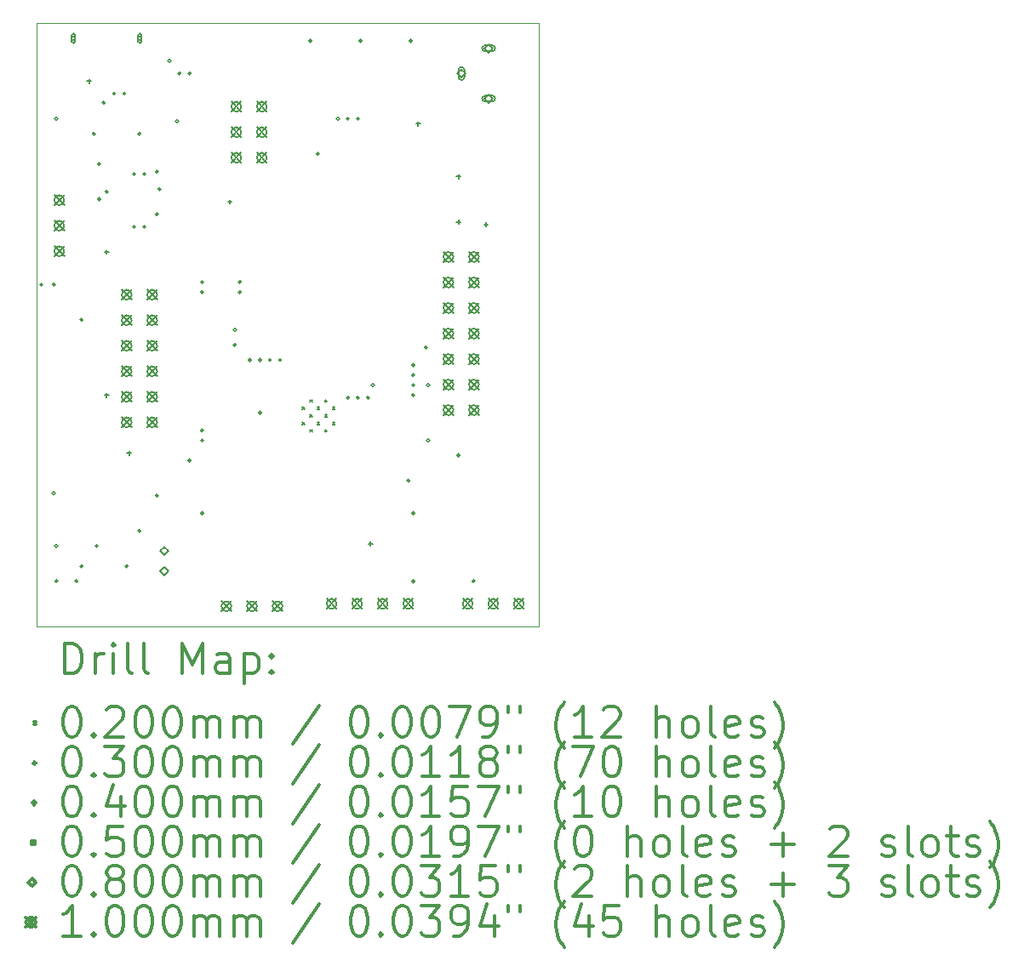
<source format=gbr>
%FSLAX45Y45*%
G04 Gerber Fmt 4.5, Leading zero omitted, Abs format (unit mm)*
G04 Created by KiCad (PCBNEW (5.1.10)-1) date 2022-03-14 11:31:30*
%MOMM*%
%LPD*%
G01*
G04 APERTURE LIST*
%TA.AperFunction,Profile*%
%ADD10C,0.050000*%
%TD*%
%ADD11C,0.200000*%
%ADD12C,0.300000*%
G04 APERTURE END LIST*
D10*
X5500000Y-11000000D02*
X10500000Y-11000000D01*
X5500000Y-9000000D02*
X5500000Y-11000000D01*
X10500000Y-9500000D02*
X10500000Y-11000000D01*
X5500000Y-5000000D02*
X5500000Y-9000000D01*
X10500000Y-5000000D02*
X10500000Y-9500000D01*
X5500000Y-5000000D02*
X10500000Y-5000000D01*
D11*
X8149000Y-8820000D02*
X8169000Y-8840000D01*
X8169000Y-8820000D02*
X8149000Y-8840000D01*
X8149000Y-8970000D02*
X8169000Y-8990000D01*
X8169000Y-8970000D02*
X8149000Y-8990000D01*
X8224000Y-8745000D02*
X8244000Y-8765000D01*
X8244000Y-8745000D02*
X8224000Y-8765000D01*
X8224000Y-8895000D02*
X8244000Y-8915000D01*
X8244000Y-8895000D02*
X8224000Y-8915000D01*
X8224000Y-9045000D02*
X8244000Y-9065000D01*
X8244000Y-9045000D02*
X8224000Y-9065000D01*
X8299000Y-8820000D02*
X8319000Y-8840000D01*
X8319000Y-8820000D02*
X8299000Y-8840000D01*
X8299000Y-8970000D02*
X8319000Y-8990000D01*
X8319000Y-8970000D02*
X8299000Y-8990000D01*
X8374000Y-8745000D02*
X8394000Y-8765000D01*
X8394000Y-8745000D02*
X8374000Y-8765000D01*
X8374000Y-8895000D02*
X8394000Y-8915000D01*
X8394000Y-8895000D02*
X8374000Y-8915000D01*
X8374000Y-9045000D02*
X8394000Y-9065000D01*
X8394000Y-9045000D02*
X8374000Y-9065000D01*
X8449000Y-8820000D02*
X8469000Y-8840000D01*
X8469000Y-8820000D02*
X8449000Y-8840000D01*
X8449000Y-8970000D02*
X8469000Y-8990000D01*
X8469000Y-8970000D02*
X8449000Y-8990000D01*
X5565000Y-7600000D02*
G75*
G03*
X5565000Y-7600000I-15000J0D01*
G01*
X5690000Y-7600000D02*
G75*
G03*
X5690000Y-7600000I-15000J0D01*
G01*
X5690000Y-9675000D02*
G75*
G03*
X5690000Y-9675000I-15000J0D01*
G01*
X5715000Y-5950000D02*
G75*
G03*
X5715000Y-5950000I-15000J0D01*
G01*
X5715000Y-10200000D02*
G75*
G03*
X5715000Y-10200000I-15000J0D01*
G01*
X5715000Y-10550000D02*
G75*
G03*
X5715000Y-10550000I-15000J0D01*
G01*
X5915000Y-10550000D02*
G75*
G03*
X5915000Y-10550000I-15000J0D01*
G01*
X5965000Y-7950000D02*
G75*
G03*
X5965000Y-7950000I-15000J0D01*
G01*
X5965000Y-10400000D02*
G75*
G03*
X5965000Y-10400000I-15000J0D01*
G01*
X6090000Y-6100000D02*
G75*
G03*
X6090000Y-6100000I-15000J0D01*
G01*
X6115000Y-10200000D02*
G75*
G03*
X6115000Y-10200000I-15000J0D01*
G01*
X6140000Y-6400000D02*
G75*
G03*
X6140000Y-6400000I-15000J0D01*
G01*
X6140000Y-6750000D02*
G75*
G03*
X6140000Y-6750000I-15000J0D01*
G01*
X6185000Y-5790000D02*
G75*
G03*
X6185000Y-5790000I-15000J0D01*
G01*
X6215000Y-6675000D02*
G75*
G03*
X6215000Y-6675000I-15000J0D01*
G01*
X6290000Y-5700000D02*
G75*
G03*
X6290000Y-5700000I-15000J0D01*
G01*
X6390000Y-5700000D02*
G75*
G03*
X6390000Y-5700000I-15000J0D01*
G01*
X6415000Y-10400000D02*
G75*
G03*
X6415000Y-10400000I-15000J0D01*
G01*
X6490000Y-6500000D02*
G75*
G03*
X6490000Y-6500000I-15000J0D01*
G01*
X6490000Y-7025000D02*
G75*
G03*
X6490000Y-7025000I-15000J0D01*
G01*
X6540000Y-6100000D02*
G75*
G03*
X6540000Y-6100000I-15000J0D01*
G01*
X6540000Y-10050000D02*
G75*
G03*
X6540000Y-10050000I-15000J0D01*
G01*
X6590000Y-6500000D02*
G75*
G03*
X6590000Y-6500000I-15000J0D01*
G01*
X6590000Y-7025000D02*
G75*
G03*
X6590000Y-7025000I-15000J0D01*
G01*
X6715000Y-6475000D02*
G75*
G03*
X6715000Y-6475000I-15000J0D01*
G01*
X6715000Y-6900000D02*
G75*
G03*
X6715000Y-6900000I-15000J0D01*
G01*
X6715000Y-9700000D02*
G75*
G03*
X6715000Y-9700000I-15000J0D01*
G01*
X6740000Y-6650000D02*
G75*
G03*
X6740000Y-6650000I-15000J0D01*
G01*
X6840000Y-5375000D02*
G75*
G03*
X6840000Y-5375000I-15000J0D01*
G01*
X6915000Y-5975000D02*
G75*
G03*
X6915000Y-5975000I-15000J0D01*
G01*
X6940000Y-5500000D02*
G75*
G03*
X6940000Y-5500000I-15000J0D01*
G01*
X7040000Y-5500000D02*
G75*
G03*
X7040000Y-5500000I-15000J0D01*
G01*
X7040000Y-9350000D02*
G75*
G03*
X7040000Y-9350000I-15000J0D01*
G01*
X7165000Y-7575000D02*
G75*
G03*
X7165000Y-7575000I-15000J0D01*
G01*
X7165000Y-7675000D02*
G75*
G03*
X7165000Y-7675000I-15000J0D01*
G01*
X7165000Y-9050000D02*
G75*
G03*
X7165000Y-9050000I-15000J0D01*
G01*
X7165000Y-9150000D02*
G75*
G03*
X7165000Y-9150000I-15000J0D01*
G01*
X7165000Y-9875000D02*
G75*
G03*
X7165000Y-9875000I-15000J0D01*
G01*
X7490000Y-8050000D02*
G75*
G03*
X7490000Y-8050000I-15000J0D01*
G01*
X7490000Y-8200000D02*
G75*
G03*
X7490000Y-8200000I-15000J0D01*
G01*
X7540000Y-7575000D02*
G75*
G03*
X7540000Y-7575000I-15000J0D01*
G01*
X7540000Y-7675000D02*
G75*
G03*
X7540000Y-7675000I-15000J0D01*
G01*
X7640000Y-8350000D02*
G75*
G03*
X7640000Y-8350000I-15000J0D01*
G01*
X7740000Y-8350000D02*
G75*
G03*
X7740000Y-8350000I-15000J0D01*
G01*
X7740000Y-8875000D02*
G75*
G03*
X7740000Y-8875000I-15000J0D01*
G01*
X7840000Y-8350000D02*
G75*
G03*
X7840000Y-8350000I-15000J0D01*
G01*
X7940000Y-8350000D02*
G75*
G03*
X7940000Y-8350000I-15000J0D01*
G01*
X8240000Y-5175000D02*
G75*
G03*
X8240000Y-5175000I-15000J0D01*
G01*
X8315000Y-6300000D02*
G75*
G03*
X8315000Y-6300000I-15000J0D01*
G01*
X8515000Y-5950000D02*
G75*
G03*
X8515000Y-5950000I-15000J0D01*
G01*
X8615000Y-5950000D02*
G75*
G03*
X8615000Y-5950000I-15000J0D01*
G01*
X8615000Y-8725000D02*
G75*
G03*
X8615000Y-8725000I-15000J0D01*
G01*
X8715000Y-5950000D02*
G75*
G03*
X8715000Y-5950000I-15000J0D01*
G01*
X8715000Y-8725000D02*
G75*
G03*
X8715000Y-8725000I-15000J0D01*
G01*
X8740000Y-5175000D02*
G75*
G03*
X8740000Y-5175000I-15000J0D01*
G01*
X8815000Y-8725000D02*
G75*
G03*
X8815000Y-8725000I-15000J0D01*
G01*
X8863500Y-8598500D02*
G75*
G03*
X8863500Y-8598500I-15000J0D01*
G01*
X9215000Y-9550000D02*
G75*
G03*
X9215000Y-9550000I-15000J0D01*
G01*
X9240000Y-5175000D02*
G75*
G03*
X9240000Y-5175000I-15000J0D01*
G01*
X9265000Y-8400000D02*
G75*
G03*
X9265000Y-8400000I-15000J0D01*
G01*
X9265000Y-8500000D02*
G75*
G03*
X9265000Y-8500000I-15000J0D01*
G01*
X9265000Y-8600000D02*
G75*
G03*
X9265000Y-8600000I-15000J0D01*
G01*
X9265000Y-8700000D02*
G75*
G03*
X9265000Y-8700000I-15000J0D01*
G01*
X9265000Y-9875000D02*
G75*
G03*
X9265000Y-9875000I-15000J0D01*
G01*
X9265000Y-10550000D02*
G75*
G03*
X9265000Y-10550000I-15000J0D01*
G01*
X9390000Y-8225000D02*
G75*
G03*
X9390000Y-8225000I-15000J0D01*
G01*
X9415000Y-8600000D02*
G75*
G03*
X9415000Y-8600000I-15000J0D01*
G01*
X9415000Y-9150000D02*
G75*
G03*
X9415000Y-9150000I-15000J0D01*
G01*
X9715000Y-9300000D02*
G75*
G03*
X9715000Y-9300000I-15000J0D01*
G01*
X9865000Y-10550000D02*
G75*
G03*
X9865000Y-10550000I-15000J0D01*
G01*
X6025000Y-5555000D02*
X6025000Y-5595000D01*
X6005000Y-5575000D02*
X6045000Y-5575000D01*
X6200000Y-7255000D02*
X6200000Y-7295000D01*
X6180000Y-7275000D02*
X6220000Y-7275000D01*
X6200000Y-8680000D02*
X6200000Y-8720000D01*
X6180000Y-8700000D02*
X6220000Y-8700000D01*
X6425000Y-9255000D02*
X6425000Y-9295000D01*
X6405000Y-9275000D02*
X6445000Y-9275000D01*
X7425000Y-6755000D02*
X7425000Y-6795000D01*
X7405000Y-6775000D02*
X7445000Y-6775000D01*
X8825000Y-10155000D02*
X8825000Y-10195000D01*
X8805000Y-10175000D02*
X8845000Y-10175000D01*
X9300000Y-5980000D02*
X9300000Y-6020000D01*
X9280000Y-6000000D02*
X9320000Y-6000000D01*
X9700000Y-6505000D02*
X9700000Y-6545000D01*
X9680000Y-6525000D02*
X9720000Y-6525000D01*
X9700000Y-6955000D02*
X9700000Y-6995000D01*
X9680000Y-6975000D02*
X9720000Y-6975000D01*
X9975000Y-6980000D02*
X9975000Y-7020000D01*
X9955000Y-7000000D02*
X9995000Y-7000000D01*
X5887678Y-5167678D02*
X5887678Y-5132322D01*
X5852322Y-5132322D01*
X5852322Y-5167678D01*
X5887678Y-5167678D01*
X5885000Y-5185000D02*
X5885000Y-5115000D01*
X5855000Y-5185000D02*
X5855000Y-5115000D01*
X5885000Y-5115000D02*
G75*
G03*
X5855000Y-5115000I-15000J0D01*
G01*
X5855000Y-5185000D02*
G75*
G03*
X5885000Y-5185000I15000J0D01*
G01*
X6547678Y-5167678D02*
X6547678Y-5132322D01*
X6512322Y-5132322D01*
X6512322Y-5167678D01*
X6547678Y-5167678D01*
X6545000Y-5185000D02*
X6545000Y-5115000D01*
X6515000Y-5185000D02*
X6515000Y-5115000D01*
X6545000Y-5115000D02*
G75*
G03*
X6515000Y-5115000I-15000J0D01*
G01*
X6515000Y-5185000D02*
G75*
G03*
X6545000Y-5185000I15000J0D01*
G01*
X6775000Y-10290000D02*
X6815000Y-10250000D01*
X6775000Y-10210000D01*
X6735000Y-10250000D01*
X6775000Y-10290000D01*
X6775000Y-10490000D02*
X6815000Y-10450000D01*
X6775000Y-10410000D01*
X6735000Y-10450000D01*
X6775000Y-10490000D01*
X9730000Y-5540000D02*
X9770000Y-5500000D01*
X9730000Y-5460000D01*
X9690000Y-5500000D01*
X9730000Y-5540000D01*
X9760000Y-5535000D02*
X9760000Y-5465000D01*
X9700000Y-5535000D02*
X9700000Y-5465000D01*
X9760000Y-5465000D02*
G75*
G03*
X9700000Y-5465000I-30000J0D01*
G01*
X9700000Y-5535000D02*
G75*
G03*
X9760000Y-5535000I30000J0D01*
G01*
X10000000Y-5290000D02*
X10040000Y-5250000D01*
X10000000Y-5210000D01*
X9960000Y-5250000D01*
X10000000Y-5290000D01*
X9965000Y-5280000D02*
X10035000Y-5280000D01*
X9965000Y-5220000D02*
X10035000Y-5220000D01*
X10035000Y-5280000D02*
G75*
G03*
X10035000Y-5220000I0J30000D01*
G01*
X9965000Y-5220000D02*
G75*
G03*
X9965000Y-5280000I0J-30000D01*
G01*
X10000000Y-5790000D02*
X10040000Y-5750000D01*
X10000000Y-5710000D01*
X9960000Y-5750000D01*
X10000000Y-5790000D01*
X9965000Y-5780000D02*
X10035000Y-5780000D01*
X9965000Y-5720000D02*
X10035000Y-5720000D01*
X10035000Y-5780000D02*
G75*
G03*
X10035000Y-5720000I0J30000D01*
G01*
X9965000Y-5720000D02*
G75*
G03*
X9965000Y-5780000I0J-30000D01*
G01*
X5680000Y-6710000D02*
X5780000Y-6810000D01*
X5780000Y-6710000D02*
X5680000Y-6810000D01*
X5780000Y-6760000D02*
G75*
G03*
X5780000Y-6760000I-50000J0D01*
G01*
X5680000Y-6964000D02*
X5780000Y-7064000D01*
X5780000Y-6964000D02*
X5680000Y-7064000D01*
X5780000Y-7014000D02*
G75*
G03*
X5780000Y-7014000I-50000J0D01*
G01*
X5680000Y-7218000D02*
X5780000Y-7318000D01*
X5780000Y-7218000D02*
X5680000Y-7318000D01*
X5780000Y-7268000D02*
G75*
G03*
X5780000Y-7268000I-50000J0D01*
G01*
X6350000Y-7650000D02*
X6450000Y-7750000D01*
X6450000Y-7650000D02*
X6350000Y-7750000D01*
X6450000Y-7700000D02*
G75*
G03*
X6450000Y-7700000I-50000J0D01*
G01*
X6350000Y-7904000D02*
X6450000Y-8004000D01*
X6450000Y-7904000D02*
X6350000Y-8004000D01*
X6450000Y-7954000D02*
G75*
G03*
X6450000Y-7954000I-50000J0D01*
G01*
X6350000Y-8158000D02*
X6450000Y-8258000D01*
X6450000Y-8158000D02*
X6350000Y-8258000D01*
X6450000Y-8208000D02*
G75*
G03*
X6450000Y-8208000I-50000J0D01*
G01*
X6350000Y-8412000D02*
X6450000Y-8512000D01*
X6450000Y-8412000D02*
X6350000Y-8512000D01*
X6450000Y-8462000D02*
G75*
G03*
X6450000Y-8462000I-50000J0D01*
G01*
X6350000Y-8666000D02*
X6450000Y-8766000D01*
X6450000Y-8666000D02*
X6350000Y-8766000D01*
X6450000Y-8716000D02*
G75*
G03*
X6450000Y-8716000I-50000J0D01*
G01*
X6350000Y-8920000D02*
X6450000Y-9020000D01*
X6450000Y-8920000D02*
X6350000Y-9020000D01*
X6450000Y-8970000D02*
G75*
G03*
X6450000Y-8970000I-50000J0D01*
G01*
X6604000Y-7650000D02*
X6704000Y-7750000D01*
X6704000Y-7650000D02*
X6604000Y-7750000D01*
X6704000Y-7700000D02*
G75*
G03*
X6704000Y-7700000I-50000J0D01*
G01*
X6604000Y-7904000D02*
X6704000Y-8004000D01*
X6704000Y-7904000D02*
X6604000Y-8004000D01*
X6704000Y-7954000D02*
G75*
G03*
X6704000Y-7954000I-50000J0D01*
G01*
X6604000Y-8158000D02*
X6704000Y-8258000D01*
X6704000Y-8158000D02*
X6604000Y-8258000D01*
X6704000Y-8208000D02*
G75*
G03*
X6704000Y-8208000I-50000J0D01*
G01*
X6604000Y-8412000D02*
X6704000Y-8512000D01*
X6704000Y-8412000D02*
X6604000Y-8512000D01*
X6704000Y-8462000D02*
G75*
G03*
X6704000Y-8462000I-50000J0D01*
G01*
X6604000Y-8666000D02*
X6704000Y-8766000D01*
X6704000Y-8666000D02*
X6604000Y-8766000D01*
X6704000Y-8716000D02*
G75*
G03*
X6704000Y-8716000I-50000J0D01*
G01*
X6604000Y-8920000D02*
X6704000Y-9020000D01*
X6704000Y-8920000D02*
X6604000Y-9020000D01*
X6704000Y-8970000D02*
G75*
G03*
X6704000Y-8970000I-50000J0D01*
G01*
X7342000Y-10750000D02*
X7442000Y-10850000D01*
X7442000Y-10750000D02*
X7342000Y-10850000D01*
X7442000Y-10800000D02*
G75*
G03*
X7442000Y-10800000I-50000J0D01*
G01*
X7440000Y-5780000D02*
X7540000Y-5880000D01*
X7540000Y-5780000D02*
X7440000Y-5880000D01*
X7540000Y-5830000D02*
G75*
G03*
X7540000Y-5830000I-50000J0D01*
G01*
X7440000Y-6034000D02*
X7540000Y-6134000D01*
X7540000Y-6034000D02*
X7440000Y-6134000D01*
X7540000Y-6084000D02*
G75*
G03*
X7540000Y-6084000I-50000J0D01*
G01*
X7440000Y-6288000D02*
X7540000Y-6388000D01*
X7540000Y-6288000D02*
X7440000Y-6388000D01*
X7540000Y-6338000D02*
G75*
G03*
X7540000Y-6338000I-50000J0D01*
G01*
X7596000Y-10750000D02*
X7696000Y-10850000D01*
X7696000Y-10750000D02*
X7596000Y-10850000D01*
X7696000Y-10800000D02*
G75*
G03*
X7696000Y-10800000I-50000J0D01*
G01*
X7694000Y-5780000D02*
X7794000Y-5880000D01*
X7794000Y-5780000D02*
X7694000Y-5880000D01*
X7794000Y-5830000D02*
G75*
G03*
X7794000Y-5830000I-50000J0D01*
G01*
X7694000Y-6034000D02*
X7794000Y-6134000D01*
X7794000Y-6034000D02*
X7694000Y-6134000D01*
X7794000Y-6084000D02*
G75*
G03*
X7794000Y-6084000I-50000J0D01*
G01*
X7694000Y-6288000D02*
X7794000Y-6388000D01*
X7794000Y-6288000D02*
X7694000Y-6388000D01*
X7794000Y-6338000D02*
G75*
G03*
X7794000Y-6338000I-50000J0D01*
G01*
X7850000Y-10750000D02*
X7950000Y-10850000D01*
X7950000Y-10750000D02*
X7850000Y-10850000D01*
X7950000Y-10800000D02*
G75*
G03*
X7950000Y-10800000I-50000J0D01*
G01*
X8388000Y-10725000D02*
X8488000Y-10825000D01*
X8488000Y-10725000D02*
X8388000Y-10825000D01*
X8488000Y-10775000D02*
G75*
G03*
X8488000Y-10775000I-50000J0D01*
G01*
X8642000Y-10725000D02*
X8742000Y-10825000D01*
X8742000Y-10725000D02*
X8642000Y-10825000D01*
X8742000Y-10775000D02*
G75*
G03*
X8742000Y-10775000I-50000J0D01*
G01*
X8896000Y-10725000D02*
X8996000Y-10825000D01*
X8996000Y-10725000D02*
X8896000Y-10825000D01*
X8996000Y-10775000D02*
G75*
G03*
X8996000Y-10775000I-50000J0D01*
G01*
X9150000Y-10725000D02*
X9250000Y-10825000D01*
X9250000Y-10725000D02*
X9150000Y-10825000D01*
X9250000Y-10775000D02*
G75*
G03*
X9250000Y-10775000I-50000J0D01*
G01*
X9550000Y-7275000D02*
X9650000Y-7375000D01*
X9650000Y-7275000D02*
X9550000Y-7375000D01*
X9650000Y-7325000D02*
G75*
G03*
X9650000Y-7325000I-50000J0D01*
G01*
X9550000Y-7529000D02*
X9650000Y-7629000D01*
X9650000Y-7529000D02*
X9550000Y-7629000D01*
X9650000Y-7579000D02*
G75*
G03*
X9650000Y-7579000I-50000J0D01*
G01*
X9550000Y-7783000D02*
X9650000Y-7883000D01*
X9650000Y-7783000D02*
X9550000Y-7883000D01*
X9650000Y-7833000D02*
G75*
G03*
X9650000Y-7833000I-50000J0D01*
G01*
X9550000Y-8037000D02*
X9650000Y-8137000D01*
X9650000Y-8037000D02*
X9550000Y-8137000D01*
X9650000Y-8087000D02*
G75*
G03*
X9650000Y-8087000I-50000J0D01*
G01*
X9550000Y-8291000D02*
X9650000Y-8391000D01*
X9650000Y-8291000D02*
X9550000Y-8391000D01*
X9650000Y-8341000D02*
G75*
G03*
X9650000Y-8341000I-50000J0D01*
G01*
X9550000Y-8545000D02*
X9650000Y-8645000D01*
X9650000Y-8545000D02*
X9550000Y-8645000D01*
X9650000Y-8595000D02*
G75*
G03*
X9650000Y-8595000I-50000J0D01*
G01*
X9550000Y-8799000D02*
X9650000Y-8899000D01*
X9650000Y-8799000D02*
X9550000Y-8899000D01*
X9650000Y-8849000D02*
G75*
G03*
X9650000Y-8849000I-50000J0D01*
G01*
X9742000Y-10725000D02*
X9842000Y-10825000D01*
X9842000Y-10725000D02*
X9742000Y-10825000D01*
X9842000Y-10775000D02*
G75*
G03*
X9842000Y-10775000I-50000J0D01*
G01*
X9804000Y-7275000D02*
X9904000Y-7375000D01*
X9904000Y-7275000D02*
X9804000Y-7375000D01*
X9904000Y-7325000D02*
G75*
G03*
X9904000Y-7325000I-50000J0D01*
G01*
X9804000Y-7529000D02*
X9904000Y-7629000D01*
X9904000Y-7529000D02*
X9804000Y-7629000D01*
X9904000Y-7579000D02*
G75*
G03*
X9904000Y-7579000I-50000J0D01*
G01*
X9804000Y-7783000D02*
X9904000Y-7883000D01*
X9904000Y-7783000D02*
X9804000Y-7883000D01*
X9904000Y-7833000D02*
G75*
G03*
X9904000Y-7833000I-50000J0D01*
G01*
X9804000Y-8037000D02*
X9904000Y-8137000D01*
X9904000Y-8037000D02*
X9804000Y-8137000D01*
X9904000Y-8087000D02*
G75*
G03*
X9904000Y-8087000I-50000J0D01*
G01*
X9804000Y-8291000D02*
X9904000Y-8391000D01*
X9904000Y-8291000D02*
X9804000Y-8391000D01*
X9904000Y-8341000D02*
G75*
G03*
X9904000Y-8341000I-50000J0D01*
G01*
X9804000Y-8545000D02*
X9904000Y-8645000D01*
X9904000Y-8545000D02*
X9804000Y-8645000D01*
X9904000Y-8595000D02*
G75*
G03*
X9904000Y-8595000I-50000J0D01*
G01*
X9804000Y-8799000D02*
X9904000Y-8899000D01*
X9904000Y-8799000D02*
X9804000Y-8899000D01*
X9904000Y-8849000D02*
G75*
G03*
X9904000Y-8849000I-50000J0D01*
G01*
X9996000Y-10725000D02*
X10096000Y-10825000D01*
X10096000Y-10725000D02*
X9996000Y-10825000D01*
X10096000Y-10775000D02*
G75*
G03*
X10096000Y-10775000I-50000J0D01*
G01*
X10250000Y-10725000D02*
X10350000Y-10825000D01*
X10350000Y-10725000D02*
X10250000Y-10825000D01*
X10350000Y-10775000D02*
G75*
G03*
X10350000Y-10775000I-50000J0D01*
G01*
D12*
X5783928Y-11468214D02*
X5783928Y-11168214D01*
X5855357Y-11168214D01*
X5898214Y-11182500D01*
X5926786Y-11211071D01*
X5941071Y-11239643D01*
X5955357Y-11296786D01*
X5955357Y-11339643D01*
X5941071Y-11396786D01*
X5926786Y-11425357D01*
X5898214Y-11453929D01*
X5855357Y-11468214D01*
X5783928Y-11468214D01*
X6083928Y-11468214D02*
X6083928Y-11268214D01*
X6083928Y-11325357D02*
X6098214Y-11296786D01*
X6112500Y-11282500D01*
X6141071Y-11268214D01*
X6169643Y-11268214D01*
X6269643Y-11468214D02*
X6269643Y-11268214D01*
X6269643Y-11168214D02*
X6255357Y-11182500D01*
X6269643Y-11196786D01*
X6283928Y-11182500D01*
X6269643Y-11168214D01*
X6269643Y-11196786D01*
X6455357Y-11468214D02*
X6426786Y-11453929D01*
X6412500Y-11425357D01*
X6412500Y-11168214D01*
X6612500Y-11468214D02*
X6583928Y-11453929D01*
X6569643Y-11425357D01*
X6569643Y-11168214D01*
X6955357Y-11468214D02*
X6955357Y-11168214D01*
X7055357Y-11382500D01*
X7155357Y-11168214D01*
X7155357Y-11468214D01*
X7426786Y-11468214D02*
X7426786Y-11311071D01*
X7412500Y-11282500D01*
X7383928Y-11268214D01*
X7326786Y-11268214D01*
X7298214Y-11282500D01*
X7426786Y-11453929D02*
X7398214Y-11468214D01*
X7326786Y-11468214D01*
X7298214Y-11453929D01*
X7283928Y-11425357D01*
X7283928Y-11396786D01*
X7298214Y-11368214D01*
X7326786Y-11353929D01*
X7398214Y-11353929D01*
X7426786Y-11339643D01*
X7569643Y-11268214D02*
X7569643Y-11568214D01*
X7569643Y-11282500D02*
X7598214Y-11268214D01*
X7655357Y-11268214D01*
X7683928Y-11282500D01*
X7698214Y-11296786D01*
X7712500Y-11325357D01*
X7712500Y-11411071D01*
X7698214Y-11439643D01*
X7683928Y-11453929D01*
X7655357Y-11468214D01*
X7598214Y-11468214D01*
X7569643Y-11453929D01*
X7841071Y-11439643D02*
X7855357Y-11453929D01*
X7841071Y-11468214D01*
X7826786Y-11453929D01*
X7841071Y-11439643D01*
X7841071Y-11468214D01*
X7841071Y-11282500D02*
X7855357Y-11296786D01*
X7841071Y-11311071D01*
X7826786Y-11296786D01*
X7841071Y-11282500D01*
X7841071Y-11311071D01*
X5477500Y-11952500D02*
X5497500Y-11972500D01*
X5497500Y-11952500D02*
X5477500Y-11972500D01*
X5841071Y-11798214D02*
X5869643Y-11798214D01*
X5898214Y-11812500D01*
X5912500Y-11826786D01*
X5926786Y-11855357D01*
X5941071Y-11912500D01*
X5941071Y-11983929D01*
X5926786Y-12041071D01*
X5912500Y-12069643D01*
X5898214Y-12083929D01*
X5869643Y-12098214D01*
X5841071Y-12098214D01*
X5812500Y-12083929D01*
X5798214Y-12069643D01*
X5783928Y-12041071D01*
X5769643Y-11983929D01*
X5769643Y-11912500D01*
X5783928Y-11855357D01*
X5798214Y-11826786D01*
X5812500Y-11812500D01*
X5841071Y-11798214D01*
X6069643Y-12069643D02*
X6083928Y-12083929D01*
X6069643Y-12098214D01*
X6055357Y-12083929D01*
X6069643Y-12069643D01*
X6069643Y-12098214D01*
X6198214Y-11826786D02*
X6212500Y-11812500D01*
X6241071Y-11798214D01*
X6312500Y-11798214D01*
X6341071Y-11812500D01*
X6355357Y-11826786D01*
X6369643Y-11855357D01*
X6369643Y-11883929D01*
X6355357Y-11926786D01*
X6183928Y-12098214D01*
X6369643Y-12098214D01*
X6555357Y-11798214D02*
X6583928Y-11798214D01*
X6612500Y-11812500D01*
X6626786Y-11826786D01*
X6641071Y-11855357D01*
X6655357Y-11912500D01*
X6655357Y-11983929D01*
X6641071Y-12041071D01*
X6626786Y-12069643D01*
X6612500Y-12083929D01*
X6583928Y-12098214D01*
X6555357Y-12098214D01*
X6526786Y-12083929D01*
X6512500Y-12069643D01*
X6498214Y-12041071D01*
X6483928Y-11983929D01*
X6483928Y-11912500D01*
X6498214Y-11855357D01*
X6512500Y-11826786D01*
X6526786Y-11812500D01*
X6555357Y-11798214D01*
X6841071Y-11798214D02*
X6869643Y-11798214D01*
X6898214Y-11812500D01*
X6912500Y-11826786D01*
X6926786Y-11855357D01*
X6941071Y-11912500D01*
X6941071Y-11983929D01*
X6926786Y-12041071D01*
X6912500Y-12069643D01*
X6898214Y-12083929D01*
X6869643Y-12098214D01*
X6841071Y-12098214D01*
X6812500Y-12083929D01*
X6798214Y-12069643D01*
X6783928Y-12041071D01*
X6769643Y-11983929D01*
X6769643Y-11912500D01*
X6783928Y-11855357D01*
X6798214Y-11826786D01*
X6812500Y-11812500D01*
X6841071Y-11798214D01*
X7069643Y-12098214D02*
X7069643Y-11898214D01*
X7069643Y-11926786D02*
X7083928Y-11912500D01*
X7112500Y-11898214D01*
X7155357Y-11898214D01*
X7183928Y-11912500D01*
X7198214Y-11941071D01*
X7198214Y-12098214D01*
X7198214Y-11941071D02*
X7212500Y-11912500D01*
X7241071Y-11898214D01*
X7283928Y-11898214D01*
X7312500Y-11912500D01*
X7326786Y-11941071D01*
X7326786Y-12098214D01*
X7469643Y-12098214D02*
X7469643Y-11898214D01*
X7469643Y-11926786D02*
X7483928Y-11912500D01*
X7512500Y-11898214D01*
X7555357Y-11898214D01*
X7583928Y-11912500D01*
X7598214Y-11941071D01*
X7598214Y-12098214D01*
X7598214Y-11941071D02*
X7612500Y-11912500D01*
X7641071Y-11898214D01*
X7683928Y-11898214D01*
X7712500Y-11912500D01*
X7726786Y-11941071D01*
X7726786Y-12098214D01*
X8312500Y-11783929D02*
X8055357Y-12169643D01*
X8698214Y-11798214D02*
X8726786Y-11798214D01*
X8755357Y-11812500D01*
X8769643Y-11826786D01*
X8783928Y-11855357D01*
X8798214Y-11912500D01*
X8798214Y-11983929D01*
X8783928Y-12041071D01*
X8769643Y-12069643D01*
X8755357Y-12083929D01*
X8726786Y-12098214D01*
X8698214Y-12098214D01*
X8669643Y-12083929D01*
X8655357Y-12069643D01*
X8641071Y-12041071D01*
X8626786Y-11983929D01*
X8626786Y-11912500D01*
X8641071Y-11855357D01*
X8655357Y-11826786D01*
X8669643Y-11812500D01*
X8698214Y-11798214D01*
X8926786Y-12069643D02*
X8941071Y-12083929D01*
X8926786Y-12098214D01*
X8912500Y-12083929D01*
X8926786Y-12069643D01*
X8926786Y-12098214D01*
X9126786Y-11798214D02*
X9155357Y-11798214D01*
X9183928Y-11812500D01*
X9198214Y-11826786D01*
X9212500Y-11855357D01*
X9226786Y-11912500D01*
X9226786Y-11983929D01*
X9212500Y-12041071D01*
X9198214Y-12069643D01*
X9183928Y-12083929D01*
X9155357Y-12098214D01*
X9126786Y-12098214D01*
X9098214Y-12083929D01*
X9083928Y-12069643D01*
X9069643Y-12041071D01*
X9055357Y-11983929D01*
X9055357Y-11912500D01*
X9069643Y-11855357D01*
X9083928Y-11826786D01*
X9098214Y-11812500D01*
X9126786Y-11798214D01*
X9412500Y-11798214D02*
X9441071Y-11798214D01*
X9469643Y-11812500D01*
X9483928Y-11826786D01*
X9498214Y-11855357D01*
X9512500Y-11912500D01*
X9512500Y-11983929D01*
X9498214Y-12041071D01*
X9483928Y-12069643D01*
X9469643Y-12083929D01*
X9441071Y-12098214D01*
X9412500Y-12098214D01*
X9383928Y-12083929D01*
X9369643Y-12069643D01*
X9355357Y-12041071D01*
X9341071Y-11983929D01*
X9341071Y-11912500D01*
X9355357Y-11855357D01*
X9369643Y-11826786D01*
X9383928Y-11812500D01*
X9412500Y-11798214D01*
X9612500Y-11798214D02*
X9812500Y-11798214D01*
X9683928Y-12098214D01*
X9941071Y-12098214D02*
X9998214Y-12098214D01*
X10026786Y-12083929D01*
X10041071Y-12069643D01*
X10069643Y-12026786D01*
X10083928Y-11969643D01*
X10083928Y-11855357D01*
X10069643Y-11826786D01*
X10055357Y-11812500D01*
X10026786Y-11798214D01*
X9969643Y-11798214D01*
X9941071Y-11812500D01*
X9926786Y-11826786D01*
X9912500Y-11855357D01*
X9912500Y-11926786D01*
X9926786Y-11955357D01*
X9941071Y-11969643D01*
X9969643Y-11983929D01*
X10026786Y-11983929D01*
X10055357Y-11969643D01*
X10069643Y-11955357D01*
X10083928Y-11926786D01*
X10198214Y-11798214D02*
X10198214Y-11855357D01*
X10312500Y-11798214D02*
X10312500Y-11855357D01*
X10755357Y-12212500D02*
X10741071Y-12198214D01*
X10712500Y-12155357D01*
X10698214Y-12126786D01*
X10683928Y-12083929D01*
X10669643Y-12012500D01*
X10669643Y-11955357D01*
X10683928Y-11883929D01*
X10698214Y-11841071D01*
X10712500Y-11812500D01*
X10741071Y-11769643D01*
X10755357Y-11755357D01*
X11026786Y-12098214D02*
X10855357Y-12098214D01*
X10941071Y-12098214D02*
X10941071Y-11798214D01*
X10912500Y-11841071D01*
X10883928Y-11869643D01*
X10855357Y-11883929D01*
X11141071Y-11826786D02*
X11155357Y-11812500D01*
X11183928Y-11798214D01*
X11255357Y-11798214D01*
X11283928Y-11812500D01*
X11298214Y-11826786D01*
X11312500Y-11855357D01*
X11312500Y-11883929D01*
X11298214Y-11926786D01*
X11126786Y-12098214D01*
X11312500Y-12098214D01*
X11669643Y-12098214D02*
X11669643Y-11798214D01*
X11798214Y-12098214D02*
X11798214Y-11941071D01*
X11783928Y-11912500D01*
X11755357Y-11898214D01*
X11712500Y-11898214D01*
X11683928Y-11912500D01*
X11669643Y-11926786D01*
X11983928Y-12098214D02*
X11955357Y-12083929D01*
X11941071Y-12069643D01*
X11926786Y-12041071D01*
X11926786Y-11955357D01*
X11941071Y-11926786D01*
X11955357Y-11912500D01*
X11983928Y-11898214D01*
X12026786Y-11898214D01*
X12055357Y-11912500D01*
X12069643Y-11926786D01*
X12083928Y-11955357D01*
X12083928Y-12041071D01*
X12069643Y-12069643D01*
X12055357Y-12083929D01*
X12026786Y-12098214D01*
X11983928Y-12098214D01*
X12255357Y-12098214D02*
X12226786Y-12083929D01*
X12212500Y-12055357D01*
X12212500Y-11798214D01*
X12483928Y-12083929D02*
X12455357Y-12098214D01*
X12398214Y-12098214D01*
X12369643Y-12083929D01*
X12355357Y-12055357D01*
X12355357Y-11941071D01*
X12369643Y-11912500D01*
X12398214Y-11898214D01*
X12455357Y-11898214D01*
X12483928Y-11912500D01*
X12498214Y-11941071D01*
X12498214Y-11969643D01*
X12355357Y-11998214D01*
X12612500Y-12083929D02*
X12641071Y-12098214D01*
X12698214Y-12098214D01*
X12726786Y-12083929D01*
X12741071Y-12055357D01*
X12741071Y-12041071D01*
X12726786Y-12012500D01*
X12698214Y-11998214D01*
X12655357Y-11998214D01*
X12626786Y-11983929D01*
X12612500Y-11955357D01*
X12612500Y-11941071D01*
X12626786Y-11912500D01*
X12655357Y-11898214D01*
X12698214Y-11898214D01*
X12726786Y-11912500D01*
X12841071Y-12212500D02*
X12855357Y-12198214D01*
X12883928Y-12155357D01*
X12898214Y-12126786D01*
X12912500Y-12083929D01*
X12926786Y-12012500D01*
X12926786Y-11955357D01*
X12912500Y-11883929D01*
X12898214Y-11841071D01*
X12883928Y-11812500D01*
X12855357Y-11769643D01*
X12841071Y-11755357D01*
X5497500Y-12358500D02*
G75*
G03*
X5497500Y-12358500I-15000J0D01*
G01*
X5841071Y-12194214D02*
X5869643Y-12194214D01*
X5898214Y-12208500D01*
X5912500Y-12222786D01*
X5926786Y-12251357D01*
X5941071Y-12308500D01*
X5941071Y-12379929D01*
X5926786Y-12437071D01*
X5912500Y-12465643D01*
X5898214Y-12479929D01*
X5869643Y-12494214D01*
X5841071Y-12494214D01*
X5812500Y-12479929D01*
X5798214Y-12465643D01*
X5783928Y-12437071D01*
X5769643Y-12379929D01*
X5769643Y-12308500D01*
X5783928Y-12251357D01*
X5798214Y-12222786D01*
X5812500Y-12208500D01*
X5841071Y-12194214D01*
X6069643Y-12465643D02*
X6083928Y-12479929D01*
X6069643Y-12494214D01*
X6055357Y-12479929D01*
X6069643Y-12465643D01*
X6069643Y-12494214D01*
X6183928Y-12194214D02*
X6369643Y-12194214D01*
X6269643Y-12308500D01*
X6312500Y-12308500D01*
X6341071Y-12322786D01*
X6355357Y-12337071D01*
X6369643Y-12365643D01*
X6369643Y-12437071D01*
X6355357Y-12465643D01*
X6341071Y-12479929D01*
X6312500Y-12494214D01*
X6226786Y-12494214D01*
X6198214Y-12479929D01*
X6183928Y-12465643D01*
X6555357Y-12194214D02*
X6583928Y-12194214D01*
X6612500Y-12208500D01*
X6626786Y-12222786D01*
X6641071Y-12251357D01*
X6655357Y-12308500D01*
X6655357Y-12379929D01*
X6641071Y-12437071D01*
X6626786Y-12465643D01*
X6612500Y-12479929D01*
X6583928Y-12494214D01*
X6555357Y-12494214D01*
X6526786Y-12479929D01*
X6512500Y-12465643D01*
X6498214Y-12437071D01*
X6483928Y-12379929D01*
X6483928Y-12308500D01*
X6498214Y-12251357D01*
X6512500Y-12222786D01*
X6526786Y-12208500D01*
X6555357Y-12194214D01*
X6841071Y-12194214D02*
X6869643Y-12194214D01*
X6898214Y-12208500D01*
X6912500Y-12222786D01*
X6926786Y-12251357D01*
X6941071Y-12308500D01*
X6941071Y-12379929D01*
X6926786Y-12437071D01*
X6912500Y-12465643D01*
X6898214Y-12479929D01*
X6869643Y-12494214D01*
X6841071Y-12494214D01*
X6812500Y-12479929D01*
X6798214Y-12465643D01*
X6783928Y-12437071D01*
X6769643Y-12379929D01*
X6769643Y-12308500D01*
X6783928Y-12251357D01*
X6798214Y-12222786D01*
X6812500Y-12208500D01*
X6841071Y-12194214D01*
X7069643Y-12494214D02*
X7069643Y-12294214D01*
X7069643Y-12322786D02*
X7083928Y-12308500D01*
X7112500Y-12294214D01*
X7155357Y-12294214D01*
X7183928Y-12308500D01*
X7198214Y-12337071D01*
X7198214Y-12494214D01*
X7198214Y-12337071D02*
X7212500Y-12308500D01*
X7241071Y-12294214D01*
X7283928Y-12294214D01*
X7312500Y-12308500D01*
X7326786Y-12337071D01*
X7326786Y-12494214D01*
X7469643Y-12494214D02*
X7469643Y-12294214D01*
X7469643Y-12322786D02*
X7483928Y-12308500D01*
X7512500Y-12294214D01*
X7555357Y-12294214D01*
X7583928Y-12308500D01*
X7598214Y-12337071D01*
X7598214Y-12494214D01*
X7598214Y-12337071D02*
X7612500Y-12308500D01*
X7641071Y-12294214D01*
X7683928Y-12294214D01*
X7712500Y-12308500D01*
X7726786Y-12337071D01*
X7726786Y-12494214D01*
X8312500Y-12179929D02*
X8055357Y-12565643D01*
X8698214Y-12194214D02*
X8726786Y-12194214D01*
X8755357Y-12208500D01*
X8769643Y-12222786D01*
X8783928Y-12251357D01*
X8798214Y-12308500D01*
X8798214Y-12379929D01*
X8783928Y-12437071D01*
X8769643Y-12465643D01*
X8755357Y-12479929D01*
X8726786Y-12494214D01*
X8698214Y-12494214D01*
X8669643Y-12479929D01*
X8655357Y-12465643D01*
X8641071Y-12437071D01*
X8626786Y-12379929D01*
X8626786Y-12308500D01*
X8641071Y-12251357D01*
X8655357Y-12222786D01*
X8669643Y-12208500D01*
X8698214Y-12194214D01*
X8926786Y-12465643D02*
X8941071Y-12479929D01*
X8926786Y-12494214D01*
X8912500Y-12479929D01*
X8926786Y-12465643D01*
X8926786Y-12494214D01*
X9126786Y-12194214D02*
X9155357Y-12194214D01*
X9183928Y-12208500D01*
X9198214Y-12222786D01*
X9212500Y-12251357D01*
X9226786Y-12308500D01*
X9226786Y-12379929D01*
X9212500Y-12437071D01*
X9198214Y-12465643D01*
X9183928Y-12479929D01*
X9155357Y-12494214D01*
X9126786Y-12494214D01*
X9098214Y-12479929D01*
X9083928Y-12465643D01*
X9069643Y-12437071D01*
X9055357Y-12379929D01*
X9055357Y-12308500D01*
X9069643Y-12251357D01*
X9083928Y-12222786D01*
X9098214Y-12208500D01*
X9126786Y-12194214D01*
X9512500Y-12494214D02*
X9341071Y-12494214D01*
X9426786Y-12494214D02*
X9426786Y-12194214D01*
X9398214Y-12237071D01*
X9369643Y-12265643D01*
X9341071Y-12279929D01*
X9798214Y-12494214D02*
X9626786Y-12494214D01*
X9712500Y-12494214D02*
X9712500Y-12194214D01*
X9683928Y-12237071D01*
X9655357Y-12265643D01*
X9626786Y-12279929D01*
X9969643Y-12322786D02*
X9941071Y-12308500D01*
X9926786Y-12294214D01*
X9912500Y-12265643D01*
X9912500Y-12251357D01*
X9926786Y-12222786D01*
X9941071Y-12208500D01*
X9969643Y-12194214D01*
X10026786Y-12194214D01*
X10055357Y-12208500D01*
X10069643Y-12222786D01*
X10083928Y-12251357D01*
X10083928Y-12265643D01*
X10069643Y-12294214D01*
X10055357Y-12308500D01*
X10026786Y-12322786D01*
X9969643Y-12322786D01*
X9941071Y-12337071D01*
X9926786Y-12351357D01*
X9912500Y-12379929D01*
X9912500Y-12437071D01*
X9926786Y-12465643D01*
X9941071Y-12479929D01*
X9969643Y-12494214D01*
X10026786Y-12494214D01*
X10055357Y-12479929D01*
X10069643Y-12465643D01*
X10083928Y-12437071D01*
X10083928Y-12379929D01*
X10069643Y-12351357D01*
X10055357Y-12337071D01*
X10026786Y-12322786D01*
X10198214Y-12194214D02*
X10198214Y-12251357D01*
X10312500Y-12194214D02*
X10312500Y-12251357D01*
X10755357Y-12608500D02*
X10741071Y-12594214D01*
X10712500Y-12551357D01*
X10698214Y-12522786D01*
X10683928Y-12479929D01*
X10669643Y-12408500D01*
X10669643Y-12351357D01*
X10683928Y-12279929D01*
X10698214Y-12237071D01*
X10712500Y-12208500D01*
X10741071Y-12165643D01*
X10755357Y-12151357D01*
X10841071Y-12194214D02*
X11041071Y-12194214D01*
X10912500Y-12494214D01*
X11212500Y-12194214D02*
X11241071Y-12194214D01*
X11269643Y-12208500D01*
X11283928Y-12222786D01*
X11298214Y-12251357D01*
X11312500Y-12308500D01*
X11312500Y-12379929D01*
X11298214Y-12437071D01*
X11283928Y-12465643D01*
X11269643Y-12479929D01*
X11241071Y-12494214D01*
X11212500Y-12494214D01*
X11183928Y-12479929D01*
X11169643Y-12465643D01*
X11155357Y-12437071D01*
X11141071Y-12379929D01*
X11141071Y-12308500D01*
X11155357Y-12251357D01*
X11169643Y-12222786D01*
X11183928Y-12208500D01*
X11212500Y-12194214D01*
X11669643Y-12494214D02*
X11669643Y-12194214D01*
X11798214Y-12494214D02*
X11798214Y-12337071D01*
X11783928Y-12308500D01*
X11755357Y-12294214D01*
X11712500Y-12294214D01*
X11683928Y-12308500D01*
X11669643Y-12322786D01*
X11983928Y-12494214D02*
X11955357Y-12479929D01*
X11941071Y-12465643D01*
X11926786Y-12437071D01*
X11926786Y-12351357D01*
X11941071Y-12322786D01*
X11955357Y-12308500D01*
X11983928Y-12294214D01*
X12026786Y-12294214D01*
X12055357Y-12308500D01*
X12069643Y-12322786D01*
X12083928Y-12351357D01*
X12083928Y-12437071D01*
X12069643Y-12465643D01*
X12055357Y-12479929D01*
X12026786Y-12494214D01*
X11983928Y-12494214D01*
X12255357Y-12494214D02*
X12226786Y-12479929D01*
X12212500Y-12451357D01*
X12212500Y-12194214D01*
X12483928Y-12479929D02*
X12455357Y-12494214D01*
X12398214Y-12494214D01*
X12369643Y-12479929D01*
X12355357Y-12451357D01*
X12355357Y-12337071D01*
X12369643Y-12308500D01*
X12398214Y-12294214D01*
X12455357Y-12294214D01*
X12483928Y-12308500D01*
X12498214Y-12337071D01*
X12498214Y-12365643D01*
X12355357Y-12394214D01*
X12612500Y-12479929D02*
X12641071Y-12494214D01*
X12698214Y-12494214D01*
X12726786Y-12479929D01*
X12741071Y-12451357D01*
X12741071Y-12437071D01*
X12726786Y-12408500D01*
X12698214Y-12394214D01*
X12655357Y-12394214D01*
X12626786Y-12379929D01*
X12612500Y-12351357D01*
X12612500Y-12337071D01*
X12626786Y-12308500D01*
X12655357Y-12294214D01*
X12698214Y-12294214D01*
X12726786Y-12308500D01*
X12841071Y-12608500D02*
X12855357Y-12594214D01*
X12883928Y-12551357D01*
X12898214Y-12522786D01*
X12912500Y-12479929D01*
X12926786Y-12408500D01*
X12926786Y-12351357D01*
X12912500Y-12279929D01*
X12898214Y-12237071D01*
X12883928Y-12208500D01*
X12855357Y-12165643D01*
X12841071Y-12151357D01*
X5477500Y-12734500D02*
X5477500Y-12774500D01*
X5457500Y-12754500D02*
X5497500Y-12754500D01*
X5841071Y-12590214D02*
X5869643Y-12590214D01*
X5898214Y-12604500D01*
X5912500Y-12618786D01*
X5926786Y-12647357D01*
X5941071Y-12704500D01*
X5941071Y-12775929D01*
X5926786Y-12833071D01*
X5912500Y-12861643D01*
X5898214Y-12875929D01*
X5869643Y-12890214D01*
X5841071Y-12890214D01*
X5812500Y-12875929D01*
X5798214Y-12861643D01*
X5783928Y-12833071D01*
X5769643Y-12775929D01*
X5769643Y-12704500D01*
X5783928Y-12647357D01*
X5798214Y-12618786D01*
X5812500Y-12604500D01*
X5841071Y-12590214D01*
X6069643Y-12861643D02*
X6083928Y-12875929D01*
X6069643Y-12890214D01*
X6055357Y-12875929D01*
X6069643Y-12861643D01*
X6069643Y-12890214D01*
X6341071Y-12690214D02*
X6341071Y-12890214D01*
X6269643Y-12575929D02*
X6198214Y-12790214D01*
X6383928Y-12790214D01*
X6555357Y-12590214D02*
X6583928Y-12590214D01*
X6612500Y-12604500D01*
X6626786Y-12618786D01*
X6641071Y-12647357D01*
X6655357Y-12704500D01*
X6655357Y-12775929D01*
X6641071Y-12833071D01*
X6626786Y-12861643D01*
X6612500Y-12875929D01*
X6583928Y-12890214D01*
X6555357Y-12890214D01*
X6526786Y-12875929D01*
X6512500Y-12861643D01*
X6498214Y-12833071D01*
X6483928Y-12775929D01*
X6483928Y-12704500D01*
X6498214Y-12647357D01*
X6512500Y-12618786D01*
X6526786Y-12604500D01*
X6555357Y-12590214D01*
X6841071Y-12590214D02*
X6869643Y-12590214D01*
X6898214Y-12604500D01*
X6912500Y-12618786D01*
X6926786Y-12647357D01*
X6941071Y-12704500D01*
X6941071Y-12775929D01*
X6926786Y-12833071D01*
X6912500Y-12861643D01*
X6898214Y-12875929D01*
X6869643Y-12890214D01*
X6841071Y-12890214D01*
X6812500Y-12875929D01*
X6798214Y-12861643D01*
X6783928Y-12833071D01*
X6769643Y-12775929D01*
X6769643Y-12704500D01*
X6783928Y-12647357D01*
X6798214Y-12618786D01*
X6812500Y-12604500D01*
X6841071Y-12590214D01*
X7069643Y-12890214D02*
X7069643Y-12690214D01*
X7069643Y-12718786D02*
X7083928Y-12704500D01*
X7112500Y-12690214D01*
X7155357Y-12690214D01*
X7183928Y-12704500D01*
X7198214Y-12733071D01*
X7198214Y-12890214D01*
X7198214Y-12733071D02*
X7212500Y-12704500D01*
X7241071Y-12690214D01*
X7283928Y-12690214D01*
X7312500Y-12704500D01*
X7326786Y-12733071D01*
X7326786Y-12890214D01*
X7469643Y-12890214D02*
X7469643Y-12690214D01*
X7469643Y-12718786D02*
X7483928Y-12704500D01*
X7512500Y-12690214D01*
X7555357Y-12690214D01*
X7583928Y-12704500D01*
X7598214Y-12733071D01*
X7598214Y-12890214D01*
X7598214Y-12733071D02*
X7612500Y-12704500D01*
X7641071Y-12690214D01*
X7683928Y-12690214D01*
X7712500Y-12704500D01*
X7726786Y-12733071D01*
X7726786Y-12890214D01*
X8312500Y-12575929D02*
X8055357Y-12961643D01*
X8698214Y-12590214D02*
X8726786Y-12590214D01*
X8755357Y-12604500D01*
X8769643Y-12618786D01*
X8783928Y-12647357D01*
X8798214Y-12704500D01*
X8798214Y-12775929D01*
X8783928Y-12833071D01*
X8769643Y-12861643D01*
X8755357Y-12875929D01*
X8726786Y-12890214D01*
X8698214Y-12890214D01*
X8669643Y-12875929D01*
X8655357Y-12861643D01*
X8641071Y-12833071D01*
X8626786Y-12775929D01*
X8626786Y-12704500D01*
X8641071Y-12647357D01*
X8655357Y-12618786D01*
X8669643Y-12604500D01*
X8698214Y-12590214D01*
X8926786Y-12861643D02*
X8941071Y-12875929D01*
X8926786Y-12890214D01*
X8912500Y-12875929D01*
X8926786Y-12861643D01*
X8926786Y-12890214D01*
X9126786Y-12590214D02*
X9155357Y-12590214D01*
X9183928Y-12604500D01*
X9198214Y-12618786D01*
X9212500Y-12647357D01*
X9226786Y-12704500D01*
X9226786Y-12775929D01*
X9212500Y-12833071D01*
X9198214Y-12861643D01*
X9183928Y-12875929D01*
X9155357Y-12890214D01*
X9126786Y-12890214D01*
X9098214Y-12875929D01*
X9083928Y-12861643D01*
X9069643Y-12833071D01*
X9055357Y-12775929D01*
X9055357Y-12704500D01*
X9069643Y-12647357D01*
X9083928Y-12618786D01*
X9098214Y-12604500D01*
X9126786Y-12590214D01*
X9512500Y-12890214D02*
X9341071Y-12890214D01*
X9426786Y-12890214D02*
X9426786Y-12590214D01*
X9398214Y-12633071D01*
X9369643Y-12661643D01*
X9341071Y-12675929D01*
X9783928Y-12590214D02*
X9641071Y-12590214D01*
X9626786Y-12733071D01*
X9641071Y-12718786D01*
X9669643Y-12704500D01*
X9741071Y-12704500D01*
X9769643Y-12718786D01*
X9783928Y-12733071D01*
X9798214Y-12761643D01*
X9798214Y-12833071D01*
X9783928Y-12861643D01*
X9769643Y-12875929D01*
X9741071Y-12890214D01*
X9669643Y-12890214D01*
X9641071Y-12875929D01*
X9626786Y-12861643D01*
X9898214Y-12590214D02*
X10098214Y-12590214D01*
X9969643Y-12890214D01*
X10198214Y-12590214D02*
X10198214Y-12647357D01*
X10312500Y-12590214D02*
X10312500Y-12647357D01*
X10755357Y-13004500D02*
X10741071Y-12990214D01*
X10712500Y-12947357D01*
X10698214Y-12918786D01*
X10683928Y-12875929D01*
X10669643Y-12804500D01*
X10669643Y-12747357D01*
X10683928Y-12675929D01*
X10698214Y-12633071D01*
X10712500Y-12604500D01*
X10741071Y-12561643D01*
X10755357Y-12547357D01*
X11026786Y-12890214D02*
X10855357Y-12890214D01*
X10941071Y-12890214D02*
X10941071Y-12590214D01*
X10912500Y-12633071D01*
X10883928Y-12661643D01*
X10855357Y-12675929D01*
X11212500Y-12590214D02*
X11241071Y-12590214D01*
X11269643Y-12604500D01*
X11283928Y-12618786D01*
X11298214Y-12647357D01*
X11312500Y-12704500D01*
X11312500Y-12775929D01*
X11298214Y-12833071D01*
X11283928Y-12861643D01*
X11269643Y-12875929D01*
X11241071Y-12890214D01*
X11212500Y-12890214D01*
X11183928Y-12875929D01*
X11169643Y-12861643D01*
X11155357Y-12833071D01*
X11141071Y-12775929D01*
X11141071Y-12704500D01*
X11155357Y-12647357D01*
X11169643Y-12618786D01*
X11183928Y-12604500D01*
X11212500Y-12590214D01*
X11669643Y-12890214D02*
X11669643Y-12590214D01*
X11798214Y-12890214D02*
X11798214Y-12733071D01*
X11783928Y-12704500D01*
X11755357Y-12690214D01*
X11712500Y-12690214D01*
X11683928Y-12704500D01*
X11669643Y-12718786D01*
X11983928Y-12890214D02*
X11955357Y-12875929D01*
X11941071Y-12861643D01*
X11926786Y-12833071D01*
X11926786Y-12747357D01*
X11941071Y-12718786D01*
X11955357Y-12704500D01*
X11983928Y-12690214D01*
X12026786Y-12690214D01*
X12055357Y-12704500D01*
X12069643Y-12718786D01*
X12083928Y-12747357D01*
X12083928Y-12833071D01*
X12069643Y-12861643D01*
X12055357Y-12875929D01*
X12026786Y-12890214D01*
X11983928Y-12890214D01*
X12255357Y-12890214D02*
X12226786Y-12875929D01*
X12212500Y-12847357D01*
X12212500Y-12590214D01*
X12483928Y-12875929D02*
X12455357Y-12890214D01*
X12398214Y-12890214D01*
X12369643Y-12875929D01*
X12355357Y-12847357D01*
X12355357Y-12733071D01*
X12369643Y-12704500D01*
X12398214Y-12690214D01*
X12455357Y-12690214D01*
X12483928Y-12704500D01*
X12498214Y-12733071D01*
X12498214Y-12761643D01*
X12355357Y-12790214D01*
X12612500Y-12875929D02*
X12641071Y-12890214D01*
X12698214Y-12890214D01*
X12726786Y-12875929D01*
X12741071Y-12847357D01*
X12741071Y-12833071D01*
X12726786Y-12804500D01*
X12698214Y-12790214D01*
X12655357Y-12790214D01*
X12626786Y-12775929D01*
X12612500Y-12747357D01*
X12612500Y-12733071D01*
X12626786Y-12704500D01*
X12655357Y-12690214D01*
X12698214Y-12690214D01*
X12726786Y-12704500D01*
X12841071Y-13004500D02*
X12855357Y-12990214D01*
X12883928Y-12947357D01*
X12898214Y-12918786D01*
X12912500Y-12875929D01*
X12926786Y-12804500D01*
X12926786Y-12747357D01*
X12912500Y-12675929D01*
X12898214Y-12633071D01*
X12883928Y-12604500D01*
X12855357Y-12561643D01*
X12841071Y-12547357D01*
X5490178Y-13168178D02*
X5490178Y-13132822D01*
X5454822Y-13132822D01*
X5454822Y-13168178D01*
X5490178Y-13168178D01*
X5841071Y-12986214D02*
X5869643Y-12986214D01*
X5898214Y-13000500D01*
X5912500Y-13014786D01*
X5926786Y-13043357D01*
X5941071Y-13100500D01*
X5941071Y-13171929D01*
X5926786Y-13229071D01*
X5912500Y-13257643D01*
X5898214Y-13271929D01*
X5869643Y-13286214D01*
X5841071Y-13286214D01*
X5812500Y-13271929D01*
X5798214Y-13257643D01*
X5783928Y-13229071D01*
X5769643Y-13171929D01*
X5769643Y-13100500D01*
X5783928Y-13043357D01*
X5798214Y-13014786D01*
X5812500Y-13000500D01*
X5841071Y-12986214D01*
X6069643Y-13257643D02*
X6083928Y-13271929D01*
X6069643Y-13286214D01*
X6055357Y-13271929D01*
X6069643Y-13257643D01*
X6069643Y-13286214D01*
X6355357Y-12986214D02*
X6212500Y-12986214D01*
X6198214Y-13129071D01*
X6212500Y-13114786D01*
X6241071Y-13100500D01*
X6312500Y-13100500D01*
X6341071Y-13114786D01*
X6355357Y-13129071D01*
X6369643Y-13157643D01*
X6369643Y-13229071D01*
X6355357Y-13257643D01*
X6341071Y-13271929D01*
X6312500Y-13286214D01*
X6241071Y-13286214D01*
X6212500Y-13271929D01*
X6198214Y-13257643D01*
X6555357Y-12986214D02*
X6583928Y-12986214D01*
X6612500Y-13000500D01*
X6626786Y-13014786D01*
X6641071Y-13043357D01*
X6655357Y-13100500D01*
X6655357Y-13171929D01*
X6641071Y-13229071D01*
X6626786Y-13257643D01*
X6612500Y-13271929D01*
X6583928Y-13286214D01*
X6555357Y-13286214D01*
X6526786Y-13271929D01*
X6512500Y-13257643D01*
X6498214Y-13229071D01*
X6483928Y-13171929D01*
X6483928Y-13100500D01*
X6498214Y-13043357D01*
X6512500Y-13014786D01*
X6526786Y-13000500D01*
X6555357Y-12986214D01*
X6841071Y-12986214D02*
X6869643Y-12986214D01*
X6898214Y-13000500D01*
X6912500Y-13014786D01*
X6926786Y-13043357D01*
X6941071Y-13100500D01*
X6941071Y-13171929D01*
X6926786Y-13229071D01*
X6912500Y-13257643D01*
X6898214Y-13271929D01*
X6869643Y-13286214D01*
X6841071Y-13286214D01*
X6812500Y-13271929D01*
X6798214Y-13257643D01*
X6783928Y-13229071D01*
X6769643Y-13171929D01*
X6769643Y-13100500D01*
X6783928Y-13043357D01*
X6798214Y-13014786D01*
X6812500Y-13000500D01*
X6841071Y-12986214D01*
X7069643Y-13286214D02*
X7069643Y-13086214D01*
X7069643Y-13114786D02*
X7083928Y-13100500D01*
X7112500Y-13086214D01*
X7155357Y-13086214D01*
X7183928Y-13100500D01*
X7198214Y-13129071D01*
X7198214Y-13286214D01*
X7198214Y-13129071D02*
X7212500Y-13100500D01*
X7241071Y-13086214D01*
X7283928Y-13086214D01*
X7312500Y-13100500D01*
X7326786Y-13129071D01*
X7326786Y-13286214D01*
X7469643Y-13286214D02*
X7469643Y-13086214D01*
X7469643Y-13114786D02*
X7483928Y-13100500D01*
X7512500Y-13086214D01*
X7555357Y-13086214D01*
X7583928Y-13100500D01*
X7598214Y-13129071D01*
X7598214Y-13286214D01*
X7598214Y-13129071D02*
X7612500Y-13100500D01*
X7641071Y-13086214D01*
X7683928Y-13086214D01*
X7712500Y-13100500D01*
X7726786Y-13129071D01*
X7726786Y-13286214D01*
X8312500Y-12971929D02*
X8055357Y-13357643D01*
X8698214Y-12986214D02*
X8726786Y-12986214D01*
X8755357Y-13000500D01*
X8769643Y-13014786D01*
X8783928Y-13043357D01*
X8798214Y-13100500D01*
X8798214Y-13171929D01*
X8783928Y-13229071D01*
X8769643Y-13257643D01*
X8755357Y-13271929D01*
X8726786Y-13286214D01*
X8698214Y-13286214D01*
X8669643Y-13271929D01*
X8655357Y-13257643D01*
X8641071Y-13229071D01*
X8626786Y-13171929D01*
X8626786Y-13100500D01*
X8641071Y-13043357D01*
X8655357Y-13014786D01*
X8669643Y-13000500D01*
X8698214Y-12986214D01*
X8926786Y-13257643D02*
X8941071Y-13271929D01*
X8926786Y-13286214D01*
X8912500Y-13271929D01*
X8926786Y-13257643D01*
X8926786Y-13286214D01*
X9126786Y-12986214D02*
X9155357Y-12986214D01*
X9183928Y-13000500D01*
X9198214Y-13014786D01*
X9212500Y-13043357D01*
X9226786Y-13100500D01*
X9226786Y-13171929D01*
X9212500Y-13229071D01*
X9198214Y-13257643D01*
X9183928Y-13271929D01*
X9155357Y-13286214D01*
X9126786Y-13286214D01*
X9098214Y-13271929D01*
X9083928Y-13257643D01*
X9069643Y-13229071D01*
X9055357Y-13171929D01*
X9055357Y-13100500D01*
X9069643Y-13043357D01*
X9083928Y-13014786D01*
X9098214Y-13000500D01*
X9126786Y-12986214D01*
X9512500Y-13286214D02*
X9341071Y-13286214D01*
X9426786Y-13286214D02*
X9426786Y-12986214D01*
X9398214Y-13029071D01*
X9369643Y-13057643D01*
X9341071Y-13071929D01*
X9655357Y-13286214D02*
X9712500Y-13286214D01*
X9741071Y-13271929D01*
X9755357Y-13257643D01*
X9783928Y-13214786D01*
X9798214Y-13157643D01*
X9798214Y-13043357D01*
X9783928Y-13014786D01*
X9769643Y-13000500D01*
X9741071Y-12986214D01*
X9683928Y-12986214D01*
X9655357Y-13000500D01*
X9641071Y-13014786D01*
X9626786Y-13043357D01*
X9626786Y-13114786D01*
X9641071Y-13143357D01*
X9655357Y-13157643D01*
X9683928Y-13171929D01*
X9741071Y-13171929D01*
X9769643Y-13157643D01*
X9783928Y-13143357D01*
X9798214Y-13114786D01*
X9898214Y-12986214D02*
X10098214Y-12986214D01*
X9969643Y-13286214D01*
X10198214Y-12986214D02*
X10198214Y-13043357D01*
X10312500Y-12986214D02*
X10312500Y-13043357D01*
X10755357Y-13400500D02*
X10741071Y-13386214D01*
X10712500Y-13343357D01*
X10698214Y-13314786D01*
X10683928Y-13271929D01*
X10669643Y-13200500D01*
X10669643Y-13143357D01*
X10683928Y-13071929D01*
X10698214Y-13029071D01*
X10712500Y-13000500D01*
X10741071Y-12957643D01*
X10755357Y-12943357D01*
X10926786Y-12986214D02*
X10955357Y-12986214D01*
X10983928Y-13000500D01*
X10998214Y-13014786D01*
X11012500Y-13043357D01*
X11026786Y-13100500D01*
X11026786Y-13171929D01*
X11012500Y-13229071D01*
X10998214Y-13257643D01*
X10983928Y-13271929D01*
X10955357Y-13286214D01*
X10926786Y-13286214D01*
X10898214Y-13271929D01*
X10883928Y-13257643D01*
X10869643Y-13229071D01*
X10855357Y-13171929D01*
X10855357Y-13100500D01*
X10869643Y-13043357D01*
X10883928Y-13014786D01*
X10898214Y-13000500D01*
X10926786Y-12986214D01*
X11383928Y-13286214D02*
X11383928Y-12986214D01*
X11512500Y-13286214D02*
X11512500Y-13129071D01*
X11498214Y-13100500D01*
X11469643Y-13086214D01*
X11426786Y-13086214D01*
X11398214Y-13100500D01*
X11383928Y-13114786D01*
X11698214Y-13286214D02*
X11669643Y-13271929D01*
X11655357Y-13257643D01*
X11641071Y-13229071D01*
X11641071Y-13143357D01*
X11655357Y-13114786D01*
X11669643Y-13100500D01*
X11698214Y-13086214D01*
X11741071Y-13086214D01*
X11769643Y-13100500D01*
X11783928Y-13114786D01*
X11798214Y-13143357D01*
X11798214Y-13229071D01*
X11783928Y-13257643D01*
X11769643Y-13271929D01*
X11741071Y-13286214D01*
X11698214Y-13286214D01*
X11969643Y-13286214D02*
X11941071Y-13271929D01*
X11926786Y-13243357D01*
X11926786Y-12986214D01*
X12198214Y-13271929D02*
X12169643Y-13286214D01*
X12112500Y-13286214D01*
X12083928Y-13271929D01*
X12069643Y-13243357D01*
X12069643Y-13129071D01*
X12083928Y-13100500D01*
X12112500Y-13086214D01*
X12169643Y-13086214D01*
X12198214Y-13100500D01*
X12212500Y-13129071D01*
X12212500Y-13157643D01*
X12069643Y-13186214D01*
X12326786Y-13271929D02*
X12355357Y-13286214D01*
X12412500Y-13286214D01*
X12441071Y-13271929D01*
X12455357Y-13243357D01*
X12455357Y-13229071D01*
X12441071Y-13200500D01*
X12412500Y-13186214D01*
X12369643Y-13186214D01*
X12341071Y-13171929D01*
X12326786Y-13143357D01*
X12326786Y-13129071D01*
X12341071Y-13100500D01*
X12369643Y-13086214D01*
X12412500Y-13086214D01*
X12441071Y-13100500D01*
X12812500Y-13171929D02*
X13041071Y-13171929D01*
X12926786Y-13286214D02*
X12926786Y-13057643D01*
X13398214Y-13014786D02*
X13412500Y-13000500D01*
X13441071Y-12986214D01*
X13512500Y-12986214D01*
X13541071Y-13000500D01*
X13555357Y-13014786D01*
X13569643Y-13043357D01*
X13569643Y-13071929D01*
X13555357Y-13114786D01*
X13383928Y-13286214D01*
X13569643Y-13286214D01*
X13912500Y-13271929D02*
X13941071Y-13286214D01*
X13998214Y-13286214D01*
X14026786Y-13271929D01*
X14041071Y-13243357D01*
X14041071Y-13229071D01*
X14026786Y-13200500D01*
X13998214Y-13186214D01*
X13955357Y-13186214D01*
X13926786Y-13171929D01*
X13912500Y-13143357D01*
X13912500Y-13129071D01*
X13926786Y-13100500D01*
X13955357Y-13086214D01*
X13998214Y-13086214D01*
X14026786Y-13100500D01*
X14212500Y-13286214D02*
X14183928Y-13271929D01*
X14169643Y-13243357D01*
X14169643Y-12986214D01*
X14369643Y-13286214D02*
X14341071Y-13271929D01*
X14326786Y-13257643D01*
X14312500Y-13229071D01*
X14312500Y-13143357D01*
X14326786Y-13114786D01*
X14341071Y-13100500D01*
X14369643Y-13086214D01*
X14412500Y-13086214D01*
X14441071Y-13100500D01*
X14455357Y-13114786D01*
X14469643Y-13143357D01*
X14469643Y-13229071D01*
X14455357Y-13257643D01*
X14441071Y-13271929D01*
X14412500Y-13286214D01*
X14369643Y-13286214D01*
X14555357Y-13086214D02*
X14669643Y-13086214D01*
X14598214Y-12986214D02*
X14598214Y-13243357D01*
X14612500Y-13271929D01*
X14641071Y-13286214D01*
X14669643Y-13286214D01*
X14755357Y-13271929D02*
X14783928Y-13286214D01*
X14841071Y-13286214D01*
X14869643Y-13271929D01*
X14883928Y-13243357D01*
X14883928Y-13229071D01*
X14869643Y-13200500D01*
X14841071Y-13186214D01*
X14798214Y-13186214D01*
X14769643Y-13171929D01*
X14755357Y-13143357D01*
X14755357Y-13129071D01*
X14769643Y-13100500D01*
X14798214Y-13086214D01*
X14841071Y-13086214D01*
X14869643Y-13100500D01*
X14983928Y-13400500D02*
X14998214Y-13386214D01*
X15026786Y-13343357D01*
X15041071Y-13314786D01*
X15055357Y-13271929D01*
X15069643Y-13200500D01*
X15069643Y-13143357D01*
X15055357Y-13071929D01*
X15041071Y-13029071D01*
X15026786Y-13000500D01*
X14998214Y-12957643D01*
X14983928Y-12943357D01*
X5457500Y-13586500D02*
X5497500Y-13546500D01*
X5457500Y-13506500D01*
X5417500Y-13546500D01*
X5457500Y-13586500D01*
X5841071Y-13382214D02*
X5869643Y-13382214D01*
X5898214Y-13396500D01*
X5912500Y-13410786D01*
X5926786Y-13439357D01*
X5941071Y-13496500D01*
X5941071Y-13567929D01*
X5926786Y-13625071D01*
X5912500Y-13653643D01*
X5898214Y-13667929D01*
X5869643Y-13682214D01*
X5841071Y-13682214D01*
X5812500Y-13667929D01*
X5798214Y-13653643D01*
X5783928Y-13625071D01*
X5769643Y-13567929D01*
X5769643Y-13496500D01*
X5783928Y-13439357D01*
X5798214Y-13410786D01*
X5812500Y-13396500D01*
X5841071Y-13382214D01*
X6069643Y-13653643D02*
X6083928Y-13667929D01*
X6069643Y-13682214D01*
X6055357Y-13667929D01*
X6069643Y-13653643D01*
X6069643Y-13682214D01*
X6255357Y-13510786D02*
X6226786Y-13496500D01*
X6212500Y-13482214D01*
X6198214Y-13453643D01*
X6198214Y-13439357D01*
X6212500Y-13410786D01*
X6226786Y-13396500D01*
X6255357Y-13382214D01*
X6312500Y-13382214D01*
X6341071Y-13396500D01*
X6355357Y-13410786D01*
X6369643Y-13439357D01*
X6369643Y-13453643D01*
X6355357Y-13482214D01*
X6341071Y-13496500D01*
X6312500Y-13510786D01*
X6255357Y-13510786D01*
X6226786Y-13525071D01*
X6212500Y-13539357D01*
X6198214Y-13567929D01*
X6198214Y-13625071D01*
X6212500Y-13653643D01*
X6226786Y-13667929D01*
X6255357Y-13682214D01*
X6312500Y-13682214D01*
X6341071Y-13667929D01*
X6355357Y-13653643D01*
X6369643Y-13625071D01*
X6369643Y-13567929D01*
X6355357Y-13539357D01*
X6341071Y-13525071D01*
X6312500Y-13510786D01*
X6555357Y-13382214D02*
X6583928Y-13382214D01*
X6612500Y-13396500D01*
X6626786Y-13410786D01*
X6641071Y-13439357D01*
X6655357Y-13496500D01*
X6655357Y-13567929D01*
X6641071Y-13625071D01*
X6626786Y-13653643D01*
X6612500Y-13667929D01*
X6583928Y-13682214D01*
X6555357Y-13682214D01*
X6526786Y-13667929D01*
X6512500Y-13653643D01*
X6498214Y-13625071D01*
X6483928Y-13567929D01*
X6483928Y-13496500D01*
X6498214Y-13439357D01*
X6512500Y-13410786D01*
X6526786Y-13396500D01*
X6555357Y-13382214D01*
X6841071Y-13382214D02*
X6869643Y-13382214D01*
X6898214Y-13396500D01*
X6912500Y-13410786D01*
X6926786Y-13439357D01*
X6941071Y-13496500D01*
X6941071Y-13567929D01*
X6926786Y-13625071D01*
X6912500Y-13653643D01*
X6898214Y-13667929D01*
X6869643Y-13682214D01*
X6841071Y-13682214D01*
X6812500Y-13667929D01*
X6798214Y-13653643D01*
X6783928Y-13625071D01*
X6769643Y-13567929D01*
X6769643Y-13496500D01*
X6783928Y-13439357D01*
X6798214Y-13410786D01*
X6812500Y-13396500D01*
X6841071Y-13382214D01*
X7069643Y-13682214D02*
X7069643Y-13482214D01*
X7069643Y-13510786D02*
X7083928Y-13496500D01*
X7112500Y-13482214D01*
X7155357Y-13482214D01*
X7183928Y-13496500D01*
X7198214Y-13525071D01*
X7198214Y-13682214D01*
X7198214Y-13525071D02*
X7212500Y-13496500D01*
X7241071Y-13482214D01*
X7283928Y-13482214D01*
X7312500Y-13496500D01*
X7326786Y-13525071D01*
X7326786Y-13682214D01*
X7469643Y-13682214D02*
X7469643Y-13482214D01*
X7469643Y-13510786D02*
X7483928Y-13496500D01*
X7512500Y-13482214D01*
X7555357Y-13482214D01*
X7583928Y-13496500D01*
X7598214Y-13525071D01*
X7598214Y-13682214D01*
X7598214Y-13525071D02*
X7612500Y-13496500D01*
X7641071Y-13482214D01*
X7683928Y-13482214D01*
X7712500Y-13496500D01*
X7726786Y-13525071D01*
X7726786Y-13682214D01*
X8312500Y-13367929D02*
X8055357Y-13753643D01*
X8698214Y-13382214D02*
X8726786Y-13382214D01*
X8755357Y-13396500D01*
X8769643Y-13410786D01*
X8783928Y-13439357D01*
X8798214Y-13496500D01*
X8798214Y-13567929D01*
X8783928Y-13625071D01*
X8769643Y-13653643D01*
X8755357Y-13667929D01*
X8726786Y-13682214D01*
X8698214Y-13682214D01*
X8669643Y-13667929D01*
X8655357Y-13653643D01*
X8641071Y-13625071D01*
X8626786Y-13567929D01*
X8626786Y-13496500D01*
X8641071Y-13439357D01*
X8655357Y-13410786D01*
X8669643Y-13396500D01*
X8698214Y-13382214D01*
X8926786Y-13653643D02*
X8941071Y-13667929D01*
X8926786Y-13682214D01*
X8912500Y-13667929D01*
X8926786Y-13653643D01*
X8926786Y-13682214D01*
X9126786Y-13382214D02*
X9155357Y-13382214D01*
X9183928Y-13396500D01*
X9198214Y-13410786D01*
X9212500Y-13439357D01*
X9226786Y-13496500D01*
X9226786Y-13567929D01*
X9212500Y-13625071D01*
X9198214Y-13653643D01*
X9183928Y-13667929D01*
X9155357Y-13682214D01*
X9126786Y-13682214D01*
X9098214Y-13667929D01*
X9083928Y-13653643D01*
X9069643Y-13625071D01*
X9055357Y-13567929D01*
X9055357Y-13496500D01*
X9069643Y-13439357D01*
X9083928Y-13410786D01*
X9098214Y-13396500D01*
X9126786Y-13382214D01*
X9326786Y-13382214D02*
X9512500Y-13382214D01*
X9412500Y-13496500D01*
X9455357Y-13496500D01*
X9483928Y-13510786D01*
X9498214Y-13525071D01*
X9512500Y-13553643D01*
X9512500Y-13625071D01*
X9498214Y-13653643D01*
X9483928Y-13667929D01*
X9455357Y-13682214D01*
X9369643Y-13682214D01*
X9341071Y-13667929D01*
X9326786Y-13653643D01*
X9798214Y-13682214D02*
X9626786Y-13682214D01*
X9712500Y-13682214D02*
X9712500Y-13382214D01*
X9683928Y-13425071D01*
X9655357Y-13453643D01*
X9626786Y-13467929D01*
X10069643Y-13382214D02*
X9926786Y-13382214D01*
X9912500Y-13525071D01*
X9926786Y-13510786D01*
X9955357Y-13496500D01*
X10026786Y-13496500D01*
X10055357Y-13510786D01*
X10069643Y-13525071D01*
X10083928Y-13553643D01*
X10083928Y-13625071D01*
X10069643Y-13653643D01*
X10055357Y-13667929D01*
X10026786Y-13682214D01*
X9955357Y-13682214D01*
X9926786Y-13667929D01*
X9912500Y-13653643D01*
X10198214Y-13382214D02*
X10198214Y-13439357D01*
X10312500Y-13382214D02*
X10312500Y-13439357D01*
X10755357Y-13796500D02*
X10741071Y-13782214D01*
X10712500Y-13739357D01*
X10698214Y-13710786D01*
X10683928Y-13667929D01*
X10669643Y-13596500D01*
X10669643Y-13539357D01*
X10683928Y-13467929D01*
X10698214Y-13425071D01*
X10712500Y-13396500D01*
X10741071Y-13353643D01*
X10755357Y-13339357D01*
X10855357Y-13410786D02*
X10869643Y-13396500D01*
X10898214Y-13382214D01*
X10969643Y-13382214D01*
X10998214Y-13396500D01*
X11012500Y-13410786D01*
X11026786Y-13439357D01*
X11026786Y-13467929D01*
X11012500Y-13510786D01*
X10841071Y-13682214D01*
X11026786Y-13682214D01*
X11383928Y-13682214D02*
X11383928Y-13382214D01*
X11512500Y-13682214D02*
X11512500Y-13525071D01*
X11498214Y-13496500D01*
X11469643Y-13482214D01*
X11426786Y-13482214D01*
X11398214Y-13496500D01*
X11383928Y-13510786D01*
X11698214Y-13682214D02*
X11669643Y-13667929D01*
X11655357Y-13653643D01*
X11641071Y-13625071D01*
X11641071Y-13539357D01*
X11655357Y-13510786D01*
X11669643Y-13496500D01*
X11698214Y-13482214D01*
X11741071Y-13482214D01*
X11769643Y-13496500D01*
X11783928Y-13510786D01*
X11798214Y-13539357D01*
X11798214Y-13625071D01*
X11783928Y-13653643D01*
X11769643Y-13667929D01*
X11741071Y-13682214D01*
X11698214Y-13682214D01*
X11969643Y-13682214D02*
X11941071Y-13667929D01*
X11926786Y-13639357D01*
X11926786Y-13382214D01*
X12198214Y-13667929D02*
X12169643Y-13682214D01*
X12112500Y-13682214D01*
X12083928Y-13667929D01*
X12069643Y-13639357D01*
X12069643Y-13525071D01*
X12083928Y-13496500D01*
X12112500Y-13482214D01*
X12169643Y-13482214D01*
X12198214Y-13496500D01*
X12212500Y-13525071D01*
X12212500Y-13553643D01*
X12069643Y-13582214D01*
X12326786Y-13667929D02*
X12355357Y-13682214D01*
X12412500Y-13682214D01*
X12441071Y-13667929D01*
X12455357Y-13639357D01*
X12455357Y-13625071D01*
X12441071Y-13596500D01*
X12412500Y-13582214D01*
X12369643Y-13582214D01*
X12341071Y-13567929D01*
X12326786Y-13539357D01*
X12326786Y-13525071D01*
X12341071Y-13496500D01*
X12369643Y-13482214D01*
X12412500Y-13482214D01*
X12441071Y-13496500D01*
X12812500Y-13567929D02*
X13041071Y-13567929D01*
X12926786Y-13682214D02*
X12926786Y-13453643D01*
X13383928Y-13382214D02*
X13569643Y-13382214D01*
X13469643Y-13496500D01*
X13512500Y-13496500D01*
X13541071Y-13510786D01*
X13555357Y-13525071D01*
X13569643Y-13553643D01*
X13569643Y-13625071D01*
X13555357Y-13653643D01*
X13541071Y-13667929D01*
X13512500Y-13682214D01*
X13426786Y-13682214D01*
X13398214Y-13667929D01*
X13383928Y-13653643D01*
X13912500Y-13667929D02*
X13941071Y-13682214D01*
X13998214Y-13682214D01*
X14026786Y-13667929D01*
X14041071Y-13639357D01*
X14041071Y-13625071D01*
X14026786Y-13596500D01*
X13998214Y-13582214D01*
X13955357Y-13582214D01*
X13926786Y-13567929D01*
X13912500Y-13539357D01*
X13912500Y-13525071D01*
X13926786Y-13496500D01*
X13955357Y-13482214D01*
X13998214Y-13482214D01*
X14026786Y-13496500D01*
X14212500Y-13682214D02*
X14183928Y-13667929D01*
X14169643Y-13639357D01*
X14169643Y-13382214D01*
X14369643Y-13682214D02*
X14341071Y-13667929D01*
X14326786Y-13653643D01*
X14312500Y-13625071D01*
X14312500Y-13539357D01*
X14326786Y-13510786D01*
X14341071Y-13496500D01*
X14369643Y-13482214D01*
X14412500Y-13482214D01*
X14441071Y-13496500D01*
X14455357Y-13510786D01*
X14469643Y-13539357D01*
X14469643Y-13625071D01*
X14455357Y-13653643D01*
X14441071Y-13667929D01*
X14412500Y-13682214D01*
X14369643Y-13682214D01*
X14555357Y-13482214D02*
X14669643Y-13482214D01*
X14598214Y-13382214D02*
X14598214Y-13639357D01*
X14612500Y-13667929D01*
X14641071Y-13682214D01*
X14669643Y-13682214D01*
X14755357Y-13667929D02*
X14783928Y-13682214D01*
X14841071Y-13682214D01*
X14869643Y-13667929D01*
X14883928Y-13639357D01*
X14883928Y-13625071D01*
X14869643Y-13596500D01*
X14841071Y-13582214D01*
X14798214Y-13582214D01*
X14769643Y-13567929D01*
X14755357Y-13539357D01*
X14755357Y-13525071D01*
X14769643Y-13496500D01*
X14798214Y-13482214D01*
X14841071Y-13482214D01*
X14869643Y-13496500D01*
X14983928Y-13796500D02*
X14998214Y-13782214D01*
X15026786Y-13739357D01*
X15041071Y-13710786D01*
X15055357Y-13667929D01*
X15069643Y-13596500D01*
X15069643Y-13539357D01*
X15055357Y-13467929D01*
X15041071Y-13425071D01*
X15026786Y-13396500D01*
X14998214Y-13353643D01*
X14983928Y-13339357D01*
X5397500Y-13892500D02*
X5497500Y-13992500D01*
X5497500Y-13892500D02*
X5397500Y-13992500D01*
X5497500Y-13942500D02*
G75*
G03*
X5497500Y-13942500I-50000J0D01*
G01*
X5941071Y-14078214D02*
X5769643Y-14078214D01*
X5855357Y-14078214D02*
X5855357Y-13778214D01*
X5826786Y-13821071D01*
X5798214Y-13849643D01*
X5769643Y-13863929D01*
X6069643Y-14049643D02*
X6083928Y-14063929D01*
X6069643Y-14078214D01*
X6055357Y-14063929D01*
X6069643Y-14049643D01*
X6069643Y-14078214D01*
X6269643Y-13778214D02*
X6298214Y-13778214D01*
X6326786Y-13792500D01*
X6341071Y-13806786D01*
X6355357Y-13835357D01*
X6369643Y-13892500D01*
X6369643Y-13963929D01*
X6355357Y-14021071D01*
X6341071Y-14049643D01*
X6326786Y-14063929D01*
X6298214Y-14078214D01*
X6269643Y-14078214D01*
X6241071Y-14063929D01*
X6226786Y-14049643D01*
X6212500Y-14021071D01*
X6198214Y-13963929D01*
X6198214Y-13892500D01*
X6212500Y-13835357D01*
X6226786Y-13806786D01*
X6241071Y-13792500D01*
X6269643Y-13778214D01*
X6555357Y-13778214D02*
X6583928Y-13778214D01*
X6612500Y-13792500D01*
X6626786Y-13806786D01*
X6641071Y-13835357D01*
X6655357Y-13892500D01*
X6655357Y-13963929D01*
X6641071Y-14021071D01*
X6626786Y-14049643D01*
X6612500Y-14063929D01*
X6583928Y-14078214D01*
X6555357Y-14078214D01*
X6526786Y-14063929D01*
X6512500Y-14049643D01*
X6498214Y-14021071D01*
X6483928Y-13963929D01*
X6483928Y-13892500D01*
X6498214Y-13835357D01*
X6512500Y-13806786D01*
X6526786Y-13792500D01*
X6555357Y-13778214D01*
X6841071Y-13778214D02*
X6869643Y-13778214D01*
X6898214Y-13792500D01*
X6912500Y-13806786D01*
X6926786Y-13835357D01*
X6941071Y-13892500D01*
X6941071Y-13963929D01*
X6926786Y-14021071D01*
X6912500Y-14049643D01*
X6898214Y-14063929D01*
X6869643Y-14078214D01*
X6841071Y-14078214D01*
X6812500Y-14063929D01*
X6798214Y-14049643D01*
X6783928Y-14021071D01*
X6769643Y-13963929D01*
X6769643Y-13892500D01*
X6783928Y-13835357D01*
X6798214Y-13806786D01*
X6812500Y-13792500D01*
X6841071Y-13778214D01*
X7069643Y-14078214D02*
X7069643Y-13878214D01*
X7069643Y-13906786D02*
X7083928Y-13892500D01*
X7112500Y-13878214D01*
X7155357Y-13878214D01*
X7183928Y-13892500D01*
X7198214Y-13921071D01*
X7198214Y-14078214D01*
X7198214Y-13921071D02*
X7212500Y-13892500D01*
X7241071Y-13878214D01*
X7283928Y-13878214D01*
X7312500Y-13892500D01*
X7326786Y-13921071D01*
X7326786Y-14078214D01*
X7469643Y-14078214D02*
X7469643Y-13878214D01*
X7469643Y-13906786D02*
X7483928Y-13892500D01*
X7512500Y-13878214D01*
X7555357Y-13878214D01*
X7583928Y-13892500D01*
X7598214Y-13921071D01*
X7598214Y-14078214D01*
X7598214Y-13921071D02*
X7612500Y-13892500D01*
X7641071Y-13878214D01*
X7683928Y-13878214D01*
X7712500Y-13892500D01*
X7726786Y-13921071D01*
X7726786Y-14078214D01*
X8312500Y-13763929D02*
X8055357Y-14149643D01*
X8698214Y-13778214D02*
X8726786Y-13778214D01*
X8755357Y-13792500D01*
X8769643Y-13806786D01*
X8783928Y-13835357D01*
X8798214Y-13892500D01*
X8798214Y-13963929D01*
X8783928Y-14021071D01*
X8769643Y-14049643D01*
X8755357Y-14063929D01*
X8726786Y-14078214D01*
X8698214Y-14078214D01*
X8669643Y-14063929D01*
X8655357Y-14049643D01*
X8641071Y-14021071D01*
X8626786Y-13963929D01*
X8626786Y-13892500D01*
X8641071Y-13835357D01*
X8655357Y-13806786D01*
X8669643Y-13792500D01*
X8698214Y-13778214D01*
X8926786Y-14049643D02*
X8941071Y-14063929D01*
X8926786Y-14078214D01*
X8912500Y-14063929D01*
X8926786Y-14049643D01*
X8926786Y-14078214D01*
X9126786Y-13778214D02*
X9155357Y-13778214D01*
X9183928Y-13792500D01*
X9198214Y-13806786D01*
X9212500Y-13835357D01*
X9226786Y-13892500D01*
X9226786Y-13963929D01*
X9212500Y-14021071D01*
X9198214Y-14049643D01*
X9183928Y-14063929D01*
X9155357Y-14078214D01*
X9126786Y-14078214D01*
X9098214Y-14063929D01*
X9083928Y-14049643D01*
X9069643Y-14021071D01*
X9055357Y-13963929D01*
X9055357Y-13892500D01*
X9069643Y-13835357D01*
X9083928Y-13806786D01*
X9098214Y-13792500D01*
X9126786Y-13778214D01*
X9326786Y-13778214D02*
X9512500Y-13778214D01*
X9412500Y-13892500D01*
X9455357Y-13892500D01*
X9483928Y-13906786D01*
X9498214Y-13921071D01*
X9512500Y-13949643D01*
X9512500Y-14021071D01*
X9498214Y-14049643D01*
X9483928Y-14063929D01*
X9455357Y-14078214D01*
X9369643Y-14078214D01*
X9341071Y-14063929D01*
X9326786Y-14049643D01*
X9655357Y-14078214D02*
X9712500Y-14078214D01*
X9741071Y-14063929D01*
X9755357Y-14049643D01*
X9783928Y-14006786D01*
X9798214Y-13949643D01*
X9798214Y-13835357D01*
X9783928Y-13806786D01*
X9769643Y-13792500D01*
X9741071Y-13778214D01*
X9683928Y-13778214D01*
X9655357Y-13792500D01*
X9641071Y-13806786D01*
X9626786Y-13835357D01*
X9626786Y-13906786D01*
X9641071Y-13935357D01*
X9655357Y-13949643D01*
X9683928Y-13963929D01*
X9741071Y-13963929D01*
X9769643Y-13949643D01*
X9783928Y-13935357D01*
X9798214Y-13906786D01*
X10055357Y-13878214D02*
X10055357Y-14078214D01*
X9983928Y-13763929D02*
X9912500Y-13978214D01*
X10098214Y-13978214D01*
X10198214Y-13778214D02*
X10198214Y-13835357D01*
X10312500Y-13778214D02*
X10312500Y-13835357D01*
X10755357Y-14192500D02*
X10741071Y-14178214D01*
X10712500Y-14135357D01*
X10698214Y-14106786D01*
X10683928Y-14063929D01*
X10669643Y-13992500D01*
X10669643Y-13935357D01*
X10683928Y-13863929D01*
X10698214Y-13821071D01*
X10712500Y-13792500D01*
X10741071Y-13749643D01*
X10755357Y-13735357D01*
X10998214Y-13878214D02*
X10998214Y-14078214D01*
X10926786Y-13763929D02*
X10855357Y-13978214D01*
X11041071Y-13978214D01*
X11298214Y-13778214D02*
X11155357Y-13778214D01*
X11141071Y-13921071D01*
X11155357Y-13906786D01*
X11183928Y-13892500D01*
X11255357Y-13892500D01*
X11283928Y-13906786D01*
X11298214Y-13921071D01*
X11312500Y-13949643D01*
X11312500Y-14021071D01*
X11298214Y-14049643D01*
X11283928Y-14063929D01*
X11255357Y-14078214D01*
X11183928Y-14078214D01*
X11155357Y-14063929D01*
X11141071Y-14049643D01*
X11669643Y-14078214D02*
X11669643Y-13778214D01*
X11798214Y-14078214D02*
X11798214Y-13921071D01*
X11783928Y-13892500D01*
X11755357Y-13878214D01*
X11712500Y-13878214D01*
X11683928Y-13892500D01*
X11669643Y-13906786D01*
X11983928Y-14078214D02*
X11955357Y-14063929D01*
X11941071Y-14049643D01*
X11926786Y-14021071D01*
X11926786Y-13935357D01*
X11941071Y-13906786D01*
X11955357Y-13892500D01*
X11983928Y-13878214D01*
X12026786Y-13878214D01*
X12055357Y-13892500D01*
X12069643Y-13906786D01*
X12083928Y-13935357D01*
X12083928Y-14021071D01*
X12069643Y-14049643D01*
X12055357Y-14063929D01*
X12026786Y-14078214D01*
X11983928Y-14078214D01*
X12255357Y-14078214D02*
X12226786Y-14063929D01*
X12212500Y-14035357D01*
X12212500Y-13778214D01*
X12483928Y-14063929D02*
X12455357Y-14078214D01*
X12398214Y-14078214D01*
X12369643Y-14063929D01*
X12355357Y-14035357D01*
X12355357Y-13921071D01*
X12369643Y-13892500D01*
X12398214Y-13878214D01*
X12455357Y-13878214D01*
X12483928Y-13892500D01*
X12498214Y-13921071D01*
X12498214Y-13949643D01*
X12355357Y-13978214D01*
X12612500Y-14063929D02*
X12641071Y-14078214D01*
X12698214Y-14078214D01*
X12726786Y-14063929D01*
X12741071Y-14035357D01*
X12741071Y-14021071D01*
X12726786Y-13992500D01*
X12698214Y-13978214D01*
X12655357Y-13978214D01*
X12626786Y-13963929D01*
X12612500Y-13935357D01*
X12612500Y-13921071D01*
X12626786Y-13892500D01*
X12655357Y-13878214D01*
X12698214Y-13878214D01*
X12726786Y-13892500D01*
X12841071Y-14192500D02*
X12855357Y-14178214D01*
X12883928Y-14135357D01*
X12898214Y-14106786D01*
X12912500Y-14063929D01*
X12926786Y-13992500D01*
X12926786Y-13935357D01*
X12912500Y-13863929D01*
X12898214Y-13821071D01*
X12883928Y-13792500D01*
X12855357Y-13749643D01*
X12841071Y-13735357D01*
M02*

</source>
